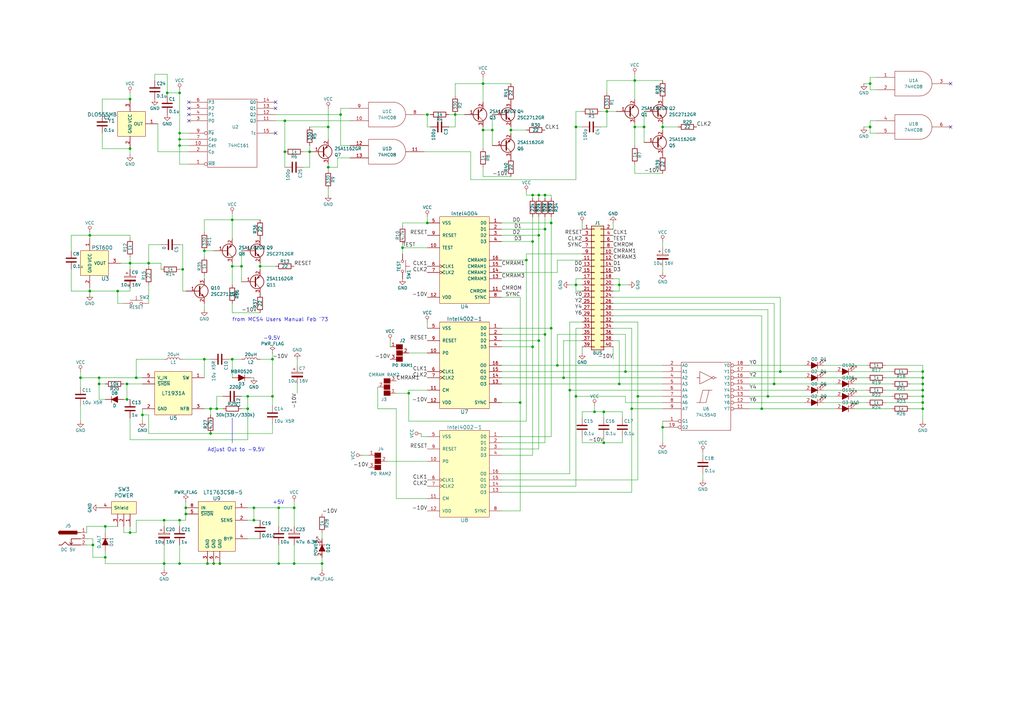
<source format=kicad_sch>
(kicad_sch (version 20230121) (generator eeschema)
  (paper "A3")
  (junction (at 76.2 210.82))
  (junction (at 378.46 165.1))
  (junction (at 220.98 139.7))
  (junction (at 254 116.84))
  (junction (at 76.2 208.28))
  (junction (at 73.66 231.14))
  (junction (at 220.98 96.52))
  (junction (at 95.25 109.22))
  (junction (at 139.7 46.99))
  (junction (at 58.42 170.18))
  (junction (at 83.82 102.87))
  (junction (at 378.46 157.48))
  (junction (at 248.92 45.72))
  (junction (at 36.83 119.38))
  (junction (at 43.18 215.9))
  (junction (at 247.65 181.61))
  (junction (at 53.34 107.95))
  (junction (at 226.06 91.44))
  (junction (at 40.64 157.48))
  (junction (at 101.6 167.64))
  (junction (at 120.65 208.28))
  (junction (at 134.62 68.58))
  (junction (at 256.54 152.4))
  (junction (at 356.87 34.29))
  (junction (at 74.93 110.49))
  (junction (at 378.46 160.02))
  (junction (at 228.6 149.86))
  (junction (at 167.64 161.29))
  (junction (at 111.76 147.32))
  (junction (at 198.12 34.29))
  (junction (at 73.66 59.69))
  (junction (at 218.44 99.06))
  (junction (at 213.36 165.1))
  (junction (at 201.93 53.34))
  (junction (at 90.17 231.14))
  (junction (at 264.16 52.07))
  (junction (at 104.14 208.28))
  (junction (at 312.42 167.64))
  (junction (at 120.65 231.14))
  (junction (at 260.35 33.02))
  (junction (at 261.62 162.56))
  (junction (at 356.87 52.07))
  (junction (at 175.26 91.44))
  (junction (at 247.65 168.91))
  (junction (at 68.58 38.1))
  (junction (at 53.34 40.64))
  (junction (at 99.06 109.22))
  (junction (at 67.31 231.14))
  (junction (at 85.09 231.14))
  (junction (at 243.84 168.91))
  (junction (at 53.34 218.44))
  (junction (at 38.1 223.52))
  (junction (at 106.68 109.22))
  (junction (at 33.02 154.94))
  (junction (at 87.63 231.14))
  (junction (at 53.34 60.96))
  (junction (at 186.69 46.99))
  (junction (at 271.78 175.26))
  (junction (at 260.35 52.07))
  (junction (at 223.52 80.01))
  (junction (at 223.52 137.16))
  (junction (at 73.66 213.36))
  (junction (at 132.08 231.14))
  (junction (at 198.12 53.34))
  (junction (at 226.06 134.62))
  (junction (at 116.84 49.53))
  (junction (at 215.9 106.68))
  (junction (at 378.46 167.64))
  (junction (at 271.78 52.07))
  (junction (at 236.22 52.07))
  (junction (at 259.08 167.64))
  (junction (at 48.26 119.38))
  (junction (at 378.46 162.56))
  (junction (at 320.04 152.4))
  (junction (at 223.52 93.98))
  (junction (at 236.22 162.56))
  (junction (at 73.66 38.1))
  (junction (at 209.55 53.34))
  (junction (at 43.18 228.6))
  (junction (at 314.96 162.56))
  (junction (at 114.3 208.28))
  (junction (at 73.66 54.61))
  (junction (at 36.83 96.52))
  (junction (at 127 62.23))
  (junction (at 378.46 152.4))
  (junction (at 218.44 80.01))
  (junction (at 254 157.48))
  (junction (at 111.76 162.56))
  (junction (at 67.31 213.36))
  (junction (at 40.64 154.94))
  (junction (at 55.88 154.94))
  (junction (at 114.3 231.14))
  (junction (at 134.62 52.07))
  (junction (at 52.07 157.48))
  (junction (at 317.5 157.48))
  (junction (at 101.6 162.56))
  (junction (at 83.82 147.32))
  (junction (at 86.36 177.8))
  (junction (at 73.66 57.15))
  (junction (at 60.96 107.95))
  (junction (at 86.36 167.64))
  (junction (at 220.98 80.01))
  (junction (at 165.1 101.6))
  (junction (at 95.25 90.17))
  (junction (at 175.26 46.99))
  (junction (at 116.84 62.23))
  (junction (at 104.14 213.36))
  (junction (at 378.46 154.94))
  (junction (at 218.44 142.24))
  (junction (at 88.9 167.64))
  (junction (at 236.22 116.84))
  (junction (at 95.25 147.32))
  (junction (at 52.07 163.83))
  (junction (at 233.68 160.02))
  (junction (at 231.14 154.94))
  (no_connect (at 113.03 41.91))
  (no_connect (at 77.47 46.99))
  (no_connect (at 389.89 52.07))
  (no_connect (at 389.89 34.29))
  (no_connect (at 77.47 41.91))
  (no_connect (at 113.03 54.61))
  (no_connect (at 77.47 44.45))
  (no_connect (at 77.47 49.53))
  (no_connect (at 113.03 44.45))
  (wire (pts (xy 127 62.23) (xy 127 68.58)))
  (wire (pts (xy 260.35 52.07) (xy 260.35 59.69)))
  (wire (pts (xy 95.25 90.17) (xy 95.25 97.79)))
  (wire (pts (xy 120.65 231.14) (xy 120.65 223.52)))
  (wire (pts (xy 271.78 111.76) (xy 271.78 109.22)))
  (wire (pts (xy 247.65 168.91) (xy 255.27 168.91)))
  (wire (pts (xy 29.21 102.87) (xy 29.21 96.52)))
  (wire (pts (xy 95.25 107.95) (xy 95.25 109.22)))
  (wire (pts (xy 29.21 110.49) (xy 29.21 119.38)))
  (wire (pts (xy 176.53 52.07) (xy 175.26 52.07)))
  (wire (pts (xy 215.9 80.01) (xy 218.44 80.01)))
  (wire (pts (xy 162.56 167.64) (xy 154.94 167.64)))
  (wire (pts (xy 218.44 81.28) (xy 218.44 80.01)))
  (wire (pts (xy 209.55 53.34) (xy 215.9 53.34)))
  (wire (pts (xy 205.74 121.92) (xy 213.36 121.92)))
  (wire (pts (xy 365.76 157.48) (xy 350.52 157.48)))
  (wire (pts (xy 40.64 154.94) (xy 55.88 154.94)))
  (wire (pts (xy 223.52 81.28) (xy 223.52 80.01)))
  (wire (pts (xy 114.3 231.14) (xy 114.3 223.52)))
  (wire (pts (xy 248.92 52.07) (xy 248.92 45.72)))
  (wire (pts (xy 73.66 215.9) (xy 73.66 213.36)))
  (wire (pts (xy 95.25 154.94) (xy 95.25 147.32)))
  (wire (pts (xy 260.35 33.02) (xy 271.78 33.02)))
  (wire (pts (xy 223.52 137.16) (xy 205.74 137.16)))
  (wire (pts (xy 99.06 109.22) (xy 95.25 109.22)))
  (wire (pts (xy 73.66 57.15) (xy 73.66 59.69)))
  (wire (pts (xy 350.52 162.56) (xy 365.76 162.56)))
  (wire (pts (xy 60.96 170.18) (xy 60.96 177.8)))
  (wire (pts (xy 101.6 213.36) (xy 104.14 213.36)))
  (wire (pts (xy 260.35 33.02) (xy 260.35 40.64)))
  (wire (pts (xy 60.96 124.46) (xy 60.96 116.84)))
  (wire (pts (xy 260.35 30.48) (xy 260.35 33.02)))
  (wire (pts (xy 378.46 157.48) (xy 378.46 160.02)))
  (wire (pts (xy 41.91 54.61) (xy 41.91 60.96)))
  (wire (pts (xy 254 119.38) (xy 251.46 119.38)))
  (wire (pts (xy 165.1 100.33) (xy 165.1 101.6)))
  (wire (pts (xy 312.42 167.64) (xy 312.42 129.54)))
  (wire (pts (xy 114.3 208.28) (xy 120.65 208.28)))
  (wire (pts (xy 209.55 52.07) (xy 209.55 53.34)))
  (wire (pts (xy 173.99 46.99) (xy 175.26 46.99)))
  (wire (pts (xy 261.62 132.08) (xy 251.46 132.08)))
  (wire (pts (xy 167.64 160.02) (xy 175.26 160.02)))
  (wire (pts (xy 68.58 38.1) (xy 68.58 39.37)))
  (wire (pts (xy 378.46 152.4) (xy 378.46 154.94)))
  (wire (pts (xy 186.69 46.99) (xy 190.5 46.99)))
  (wire (pts (xy 363.22 149.86) (xy 378.46 149.86)))
  (wire (pts (xy 350.52 167.64) (xy 365.76 167.64)))
  (wire (pts (xy 271.78 52.07) (xy 278.13 52.07)))
  (wire (pts (xy 238.76 52.07) (xy 236.22 52.07)))
  (wire (pts (xy 215.9 104.14) (xy 215.9 106.68)))
  (wire (pts (xy 73.66 213.36) (xy 76.2 213.36)))
  (wire (pts (xy 378.46 154.94) (xy 378.46 157.48)))
  (wire (pts (xy 256.54 162.56) (xy 236.22 162.56)))
  (wire (pts (xy 120.65 231.14) (xy 132.08 231.14)))
  (wire (pts (xy 111.76 144.78) (xy 111.76 147.32)))
  (wire (pts (xy 238.76 93.98) (xy 238.76 91.44)))
  (wire (pts (xy 102.87 154.94) (xy 104.14 154.94)))
  (wire (pts (xy 205.74 99.06) (xy 218.44 99.06)))
  (wire (pts (xy 50.8 215.9) (xy 50.8 218.44)))
  (wire (pts (xy 261.62 132.08) (xy 261.62 162.56)))
  (wire (pts (xy 226.06 88.9) (xy 226.06 91.44)))
  (wire (pts (xy 66.04 107.95) (xy 66.04 110.49)))
  (wire (pts (xy 67.31 213.36) (xy 73.66 213.36)))
  (wire (pts (xy 356.87 34.29) (xy 356.87 36.83)))
  (wire (pts (xy 256.54 137.16) (xy 251.46 137.16)))
  (wire (pts (xy 121.92 157.48) (xy 121.92 161.29)))
  (wire (pts (xy 205.74 157.48) (xy 254 157.48)))
  (wire (pts (xy 111.76 162.56) (xy 111.76 166.37)))
  (wire (pts (xy 314.96 162.56) (xy 342.9 162.56)))
  (wire (pts (xy 67.31 223.52) (xy 67.31 231.14)))
  (wire (pts (xy 73.66 231.14) (xy 73.66 223.52)))
  (wire (pts (xy 220.98 139.7) (xy 220.98 184.15)))
  (wire (pts (xy 251.46 147.32) (xy 251.46 142.24)))
  (wire (pts (xy 99.06 167.64) (xy 101.6 167.64)))
  (wire (pts (xy 238.76 104.14) (xy 215.9 104.14)))
  (wire (pts (xy 134.62 52.07) (xy 134.62 57.15)))
  (wire (pts (xy 74.93 110.49) (xy 74.93 119.38)))
  (wire (pts (xy 106.68 109.22) (xy 106.68 110.49)))
  (wire (pts (xy 236.22 45.72) (xy 238.76 45.72)))
  (wire (pts (xy 93.98 147.32) (xy 95.25 147.32)))
  (wire (pts (xy 50.8 218.44) (xy 53.34 218.44)))
  (wire (pts (xy 95.25 90.17) (xy 106.68 90.17)))
  (wire (pts (xy 231.14 139.7) (xy 231.14 154.94)))
  (wire (pts (xy 213.36 209.55) (xy 205.74 209.55)))
  (wire (pts (xy 33.02 152.4) (xy 33.02 154.94)))
  (wire (pts (xy 354.33 52.07) (xy 356.87 52.07)))
  (wire (pts (xy 58.42 167.64) (xy 58.42 170.18)))
  (wire (pts (xy 165.1 91.44) (xy 175.26 91.44)))
  (wire (pts (xy 73.66 54.61) (xy 73.66 57.15)))
  (wire (pts (xy 55.88 147.32) (xy 55.88 154.94)))
  (wire (pts (xy 175.26 132.08) (xy 175.26 134.62)))
  (wire (pts (xy 101.6 162.56) (xy 101.6 167.64)))
  (wire (pts (xy 111.76 147.32) (xy 106.68 147.32)))
  (wire (pts (xy 113.03 46.99) (xy 139.7 46.99)))
  (wire (pts (xy 238.76 114.3) (xy 236.22 114.3)))
  (wire (pts (xy 127 59.69) (xy 127 62.23)))
  (wire (pts (xy 43.18 231.14) (xy 67.31 231.14)))
  (wire (pts (xy 33.02 154.94) (xy 40.64 154.94)))
  (wire (pts (xy 41.91 60.96) (xy 53.34 60.96)))
  (wire (pts (xy 226.06 91.44) (xy 205.74 91.44)))
  (wire (pts (xy 260.35 50.8) (xy 260.35 52.07)))
  (wire (pts (xy 213.36 165.1) (xy 213.36 209.55)))
  (wire (pts (xy 355.6 149.86) (xy 337.82 149.86)))
  (wire (pts (xy 256.54 152.4) (xy 256.54 137.16)))
  (wire (pts (xy 223.52 137.16) (xy 223.52 181.61)))
  (wire (pts (xy 254 116.84) (xy 254 119.38)))
  (wire (pts (xy 264.16 52.07) (xy 260.35 52.07)))
  (wire (pts (xy 205.74 106.68) (xy 215.9 106.68)))
  (wire (pts (xy 36.83 96.52) (xy 36.83 97.79)))
  (wire (pts (xy 233.68 116.84) (xy 236.22 116.84)))
  (wire (pts (xy 320.04 152.4) (xy 342.9 152.4)))
  (wire (pts (xy 236.22 116.84) (xy 236.22 119.38)))
  (wire (pts (xy 53.34 218.44) (xy 55.88 218.44)))
  (wire (pts (xy 83.82 127) (xy 83.82 124.46)))
  (wire (pts (xy 76.2 208.28) (xy 76.2 205.74)))
  (wire (pts (xy 251.46 127) (xy 314.96 127)))
  (wire (pts (xy 99.06 109.22) (xy 99.06 115.57)))
  (wire (pts (xy 226.06 134.62) (xy 226.06 179.07)))
  (wire (pts (xy 193.04 73.66) (xy 236.22 73.66)))
  (wire (pts (xy 337.82 154.94) (xy 355.6 154.94)))
  (wire (pts (xy 238.76 171.45) (xy 238.76 168.91)))
  (wire (pts (xy 35.56 223.52) (xy 38.1 223.52)))
  (wire (pts (xy 378.46 165.1) (xy 363.22 165.1)))
  (wire (pts (xy 101.6 220.98) (xy 106.68 220.98)))
  (wire (pts (xy 307.34 162.56) (xy 314.96 162.56)))
  (wire (pts (xy 104.14 208.28) (xy 114.3 208.28)))
  (wire (pts (xy 186.69 34.29) (xy 186.69 39.37)))
  (wire (pts (xy 175.26 46.99) (xy 176.53 46.99)))
  (wire (pts (xy 36.83 95.25) (xy 36.83 96.52)))
  (wire (pts (xy 124.46 62.23) (xy 127 62.23)))
  (wire (pts (xy 307.34 154.94) (xy 330.2 154.94)))
  (wire (pts (xy 40.64 154.94) (xy 40.64 157.48)))
  (wire (pts (xy 248.92 45.72) (xy 252.73 45.72)))
  (wire (pts (xy 201.93 53.34) (xy 198.12 53.34)))
  (wire (pts (xy 228.6 106.68) (xy 238.76 106.68)))
  (wire (pts (xy 104.14 213.36) (xy 104.14 208.28)))
  (wire (pts (xy 175.26 204.47) (xy 162.56 204.47)))
  (wire (pts (xy 160.02 142.24) (xy 160.02 139.7)))
  (wire (pts (xy 236.22 116.84) (xy 238.76 116.84)))
  (wire (pts (xy 247.65 168.91) (xy 247.65 171.45)))
  (wire (pts (xy 220.98 96.52) (xy 205.74 96.52)))
  (wire (pts (xy 205.74 111.76) (xy 228.6 111.76)))
  (wire (pts (xy 132.08 231.14) (xy 132.08 233.68)))
  (wire (pts (xy 116.84 62.23) (xy 116.84 68.58)))
  (wire (pts (xy 53.34 105.41) (xy 53.34 107.95)))
  (wire (pts (xy 288.29 196.85) (xy 288.29 194.31)))
  (wire (pts (xy 246.38 45.72) (xy 248.92 45.72)))
  (wire (pts (xy 218.44 142.24) (xy 218.44 186.69)))
  (wire (pts (xy 55.88 218.44) (xy 55.88 213.36)))
  (wire (pts (xy 271.78 162.56) (xy 261.62 162.56)))
  (wire (pts (xy 175.26 189.23) (xy 158.75 189.23)))
  (wire (pts (xy 356.87 49.53) (xy 356.87 52.07)))
  (wire (pts (xy 271.78 165.1) (xy 256.54 165.1)))
  (wire (pts (xy 218.44 80.01) (xy 220.98 80.01)))
  (wire (pts (xy 162.56 204.47) (xy 162.56 167.64)))
  (wire (pts (xy 67.31 147.32) (xy 55.88 147.32)))
  (wire (pts (xy 134.62 77.47) (xy 134.62 80.01)))
  (wire (pts (xy 205.74 154.94) (xy 231.14 154.94)))
  (wire (pts (xy 73.66 36.83) (xy 73.66 38.1)))
  (wire (pts (xy 198.12 72.39) (xy 209.55 72.39)))
  (wire (pts (xy 256.54 165.1) (xy 256.54 162.56)))
  (wire (pts (xy 143.51 44.45) (xy 139.7 44.45)))
  (wire (pts (xy 236.22 119.38) (xy 238.76 119.38)))
  (wire (pts (xy 378.46 162.56) (xy 378.46 165.1)))
  (wire (pts (xy 238.76 179.07) (xy 238.76 181.61)))
  (wire (pts (xy 67.31 231.14) (xy 67.31 233.68)))
  (wire (pts (xy 350.52 152.4) (xy 365.76 152.4)))
  (wire (pts (xy 113.03 49.53) (xy 116.84 49.53)))
  (wire (pts (xy 243.84 168.91) (xy 247.65 168.91)))
  (wire (pts (xy 73.66 100.33) (xy 74.93 100.33)))
  (wire (pts (xy 77.47 62.23) (xy 64.77 62.23)))
  (wire (pts (xy 271.78 175.26) (xy 271.78 181.61)))
  (wire (pts (xy 226.06 134.62) (xy 205.74 134.62)))
  (wire (pts (xy 143.51 64.77) (xy 138.43 64.77)))
  (wire (pts (xy 101.6 162.56) (xy 99.06 162.56)))
  (wire (pts (xy 33.02 154.94) (xy 33.02 158.75)))
  (wire (pts (xy 127 52.07) (xy 134.62 52.07)))
  (wire (pts (xy 67.31 231.14) (xy 73.66 231.14)))
  (wire (pts (xy 220.98 139.7) (xy 205.74 139.7)))
  (wire (pts (xy 223.52 93.98) (xy 223.52 137.16)))
  (wire (pts (xy 264.16 52.07) (xy 264.16 58.42)))
  (wire (pts (xy 246.38 52.07) (xy 248.92 52.07)))
  (wire (pts (xy 354.33 34.29) (xy 356.87 34.29)))
  (wire (pts (xy 271.78 50.8) (xy 271.78 52.07)))
  (wire (pts (xy 43.18 157.48) (xy 40.64 157.48)))
  (wire (pts (xy 228.6 137.16) (xy 238.76 137.16)))
  (wire (pts (xy 175.26 91.44) (xy 175.26 88.9)))
  (wire (pts (xy 228.6 111.76) (xy 228.6 106.68)))
  (wire (pts (xy 53.34 218.44) (xy 53.34 215.9)))
  (wire (pts (xy 132.08 220.98) (xy 132.08 218.44)))
  (wire (pts (xy 243.84 166.37) (xy 243.84 168.91)))
  (polyline (pts (xy 95.25 171.45) (xy 95.25 181.61)))
  (wire (pts (xy 356.87 31.75) (xy 356.87 34.29)))
  (wire (pts (xy 95.25 109.22) (xy 95.25 116.84)))
  (wire (pts (xy 251.46 121.92) (xy 320.04 121.92)))
  (wire (pts (xy 167.64 144.78) (xy 175.26 144.78)))
  (wire (pts (xy 317.5 124.46) (xy 251.46 124.46)))
  (wire (pts (xy 73.66 67.31) (xy 77.47 67.31)))
  (wire (pts (xy 83.82 90.17) (xy 95.25 90.17)))
  (wire (pts (xy 233.68 132.08) (xy 238.76 132.08)))
  (wire (pts (xy 101.6 208.28) (xy 104.14 208.28)))
  (wire (pts (xy 223.52 88.9) (xy 223.52 93.98)))
  (wire (pts (xy 355.6 165.1) (xy 337.82 165.1)))
  (wire (pts (xy 373.38 162.56) (xy 378.46 162.56)))
  (wire (pts (xy 213.36 165.1) (xy 205.74 165.1)))
  (wire (pts (xy 116.84 49.53) (xy 116.84 62.23)))
  (wire (pts (xy 60.96 177.8) (xy 86.36 177.8)))
  (wire (pts (xy 260.35 71.12) (xy 271.78 71.12)))
  (wire (pts (xy 378.46 149.86) (xy 378.46 152.4)))
  (wire (pts (xy 378.46 165.1) (xy 378.46 167.64)))
  (wire (pts (xy 95.25 147.32) (xy 99.06 147.32)))
  (wire (pts (xy 48.26 124.46) (xy 48.26 119.38)))
  (wire (pts (xy 198.12 34.29) (xy 198.12 41.91)))
  (wire (pts (xy 53.34 60.96) (xy 53.34 63.5)))
  (wire (pts (xy 271.78 52.07) (xy 271.78 53.34)))
  (wire (pts (xy 356.87 31.75) (xy 359.41 31.75)))
  (wire (pts (xy 52.07 163.83) (xy 53.34 163.83)))
  (wire (pts (xy 236.22 52.07) (xy 236.22 45.72)))
  (wire (pts (xy 139.7 46.99) (xy 139.7 59.69)))
  (wire (pts (xy 88.9 167.64) (xy 88.9 162.56)))
  (wire (pts (xy 43.18 215.9) (xy 48.26 215.9)))
  (wire (pts (xy 132.08 228.6) (xy 132.08 231.14)))
  (wire (pts (xy 228.6 149.86) (xy 271.78 149.86)))
  (wire (pts (xy 175.26 52.07) (xy 175.26 46.99)))
  (wire (pts (xy 205.74 152.4) (xy 256.54 152.4)))
  (wire (pts (xy 223.52 93.98) (xy 205.74 93.98)))
  (wire (pts (xy 53.34 119.38) (xy 53.34 118.11)))
  (wire (pts (xy 317.5 157.48) (xy 342.9 157.48)))
  (wire (pts (xy 271.78 172.72) (xy 271.78 175.26)))
  (wire (pts (xy 236.22 134.62) (xy 236.22 162.56)))
  (wire (pts (xy 254 157.48) (xy 254 139.7)))
  (wire (pts (xy 238.76 134.62) (xy 236.22 134.62)))
  (wire (pts (xy 111.76 162.56) (xy 101.6 162.56)))
  (wire (pts (xy 254 116.84) (xy 257.81 116.84)))
  (wire (pts (xy 87.63 231.14) (xy 90.17 231.14)))
  (wire (pts (xy 261.62 162.56) (xy 261.62 196.85)))
  (wire (pts (xy 238.76 181.61) (xy 247.65 181.61)))
  (wire (pts (xy 238.76 168.91) (xy 243.84 168.91)))
  (wire (pts (xy 76.2 213.36) (xy 76.2 210.82)))
  (wire (pts (xy 271.78 167.64) (xy 259.08 167.64)))
  (wire (pts (xy 60.96 100.33) (xy 60.96 107.95)))
  (wire (pts (xy 215.9 106.68) (xy 215.9 172.72)))
  (wire (pts (xy 378.46 167.64) (xy 378.46 172.72)))
  (wire (pts (xy 74.93 147.32) (xy 83.82 147.32)))
  (wire (pts (xy 261.62 196.85) (xy 205.74 196.85)))
  (wire (pts (xy 85.09 231.14) (xy 87.63 231.14)))
  (wire (pts (xy 233.68 132.08) (xy 233.68 160.02)))
  (wire (pts (xy 116.84 49.53) (xy 143.51 49.53)))
  (wire (pts (xy 88.9 167.64) (xy 91.44 167.64)))
  (wire (pts (xy 38.1 220.98) (xy 38.1 223.52)))
  (wire (pts (xy 104.14 213.36) (xy 106.68 213.36)))
  (wire (pts (xy 68.58 30.48) (xy 68.58 38.1)))
  (wire (pts (xy 198.12 31.75) (xy 198.12 34.29)))
  (wire (pts (xy 77.47 59.69) (xy 73.66 59.69)))
  (wire (pts (xy 52.07 157.48) (xy 58.42 157.48)))
  (wire (pts (xy 83.82 147.32) (xy 83.82 154.94)))
  (wire (pts (xy 236.22 199.39) (xy 205.74 199.39)))
  (wire (pts (xy 247.65 181.61) (xy 255.27 181.61)))
  (wire (pts (xy 50.8 124.46) (xy 48.26 124.46)))
  (wire (pts (xy 251.46 91.44) (xy 251.46 93.98)))
  (wire (pts (xy 114.3 208.28) (xy 114.3 215.9)))
  (wire (pts (xy 356.87 36.83) (xy 359.41 36.83)))
  (wire (pts (xy 138.43 64.77) (xy 138.43 68.58)))
  (wire (pts (xy 83.82 90.17) (xy 83.82 95.25)))
  (wire (pts (xy 29.21 96.52) (xy 36.83 96.52)))
  (wire (pts (xy 35.56 220.98) (xy 38.1 220.98)))
  (wire (pts (xy 172.72 179.07) (xy 172.72 177.8)))
  (wire (pts (xy 378.46 160.02) (xy 378.46 162.56)))
  (wire (pts (xy 162.56 161.29) (xy 167.64 161.29)))
  (wire (pts (xy 33.02 166.37) (xy 33.02 172.72)))
  (wire (pts (xy 228.6 149.86) (xy 228.6 137.16)))
  (wire (pts (xy 55.88 213.36) (xy 67.31 213.36)))
  (wire (pts (xy 36.83 118.11) (xy 36.83 119.38)))
  (wire (pts (xy 271.78 160.02) (xy 233.68 160.02)))
  (wire (pts (xy 43.18 226.06) (xy 43.18 228.6)))
  (wire (pts (xy 260.35 67.31) (xy 260.35 71.12)))
  (wire (pts (xy 198.12 53.34) (xy 198.12 60.96)))
  (wire (pts (xy 165.1 101.6) (xy 175.26 101.6)))
  (wire (pts (xy 49.53 107.95) (xy 53.34 107.95)))
  (wire (pts (xy 64.77 62.23) (xy 64.77 50.8)))
  (wire (pts (xy 83.82 113.03) (xy 83.82 114.3)))
  (wire (pts (xy 76.2 210.82) (xy 76.2 208.28)))
  (wire (pts (xy 233.68 194.31) (xy 205.74 194.31)))
  (wire (pts (xy 256.54 152.4) (xy 271.78 152.4)))
  (wire (pts (xy 259.08 167.64) (xy 259.08 201.93)))
  (wire (pts (xy 218.44 142.24) (xy 205.74 142.24)))
  (wire (pts (xy 134.62 68.58) (xy 134.62 69.85)))
  (wire (pts (xy 259.08 134.62) (xy 259.08 167.64)))
  (wire (pts (xy 218.44 186.69) (xy 205.74 186.69)))
  (wire (pts (xy 43.18 228.6) (xy 43.18 231.14)))
  (wire (pts (xy 83.82 147.32) (xy 86.36 147.32)))
  (wire (pts (xy 205.74 149.86) (xy 228.6 149.86)))
  (wire (pts (xy 198.12 52.07) (xy 198.12 53.34)))
  (wire (pts (xy 106.68 109.22) (xy 113.03 109.22)))
  (wire (pts (xy 312.42 167.64) (xy 342.9 167.64)))
  (wire (pts (xy 86.36 167.64) (xy 88.9 167.64)))
  (wire (pts (xy 83.82 102.87) (xy 87.63 102.87)))
  (wire (pts (xy 226.06 91.44) (xy 226.06 134.62)))
  (wire (pts (xy 151.13 186.69) (xy 148.59 186.69)))
  (wire (pts (xy 165.1 92.71) (xy 165.1 91.44)))
  (wire (pts (xy 68.58 38.1) (xy 73.66 38.1)))
  (wire (pts (xy 307.34 160.02) (xy 330.2 160.02)))
  (wire (pts (xy 233.68 160.02) (xy 233.68 194.31)))
  (wire (pts (xy 53.34 107.95) (xy 60.96 107.95)))
  (wire (pts (xy 248.92 33.02) (xy 260.35 33.02)))
  (wire (pts (xy 63.5 30.48) (xy 68.58 30.48)))
  (wire (pts (xy 251.46 134.62) (xy 259.08 134.62)))
  (wire (pts (xy 220.98 81.28) (xy 220.98 80.01)))
  (wire (pts (xy 66.04 100.33) (xy 60.96 100.33)))
  (wire (pts (xy 111.76 147.32) (xy 111.76 162.56)))
  (wire (pts (xy 167.64 172.72) (xy 167.64 161.29)))
  (wire (pts (xy 53.34 96.52) (xy 53.34 97.79)))
  (wire (pts (xy 254 114.3) (xy 254 116.84)))
  (wire (pts (xy 139.7 59.69) (xy 143.51 59.69)))
  (wire (pts (xy 86.36 177.8) (xy 111.76 177.8)))
  (wire (pts (xy 53.34 171.45) (xy 53.34 180.34)))
  (wire (pts (xy 271.78 101.6) (xy 271.78 99.06)))
  (wire (pts (xy 186.69 34.29) (xy 198.12 34.29)))
  (wire (pts (xy 356.87 54.61) (xy 359.41 54.61)))
  (wire (pts (xy 55.88 154.94) (xy 58.42 154.94)))
  (wire (pts (xy 35.56 215.9) (xy 43.18 215.9)))
  (wire (pts (xy 83.82 167.64) (xy 86.36 167.64)))
  (wire (pts (xy 154.94 167.64) (xy 154.94 158.75)))
  (wire (pts (xy 53.34 107.95) (xy 53.34 110.49)))
  (wire (pts (xy 307.34 157.48) (xy 317.5 157.48)))
  (wire (pts (xy 198.12 34.29) (xy 209.55 34.29)))
  (wire (pts (xy 74.93 119.38) (xy 76.2 119.38)))
  (wire (pts (xy 40.64 163.83) (xy 43.18 163.83)))
  (wire (pts (xy 41.91 46.99) (xy 41.91 40.64)))
  (wire (pts (xy 95.25 124.46) (xy 95.25 128.27)))
  (wire (pts (xy 226.06 80.01) (xy 226.06 81.28)))
  (wire (pts (xy 111.76 177.8) (xy 111.76 173.99)))
  (wire (pts (xy 167.64 161.29) (xy 167.64 160.02)))
  (wire (pts (xy 90.17 231.14) (xy 114.3 231.14)))
  (wire (pts (xy 67.31 215.9) (xy 67.31 213.36)))
  (wire (pts (xy 218.44 88.9) (xy 218.44 99.06)))
  (wire (pts (xy 356.87 49.53) (xy 359.41 49.53)))
  (wire (pts (xy 88.9 162.56) (xy 91.44 162.56)))
  (wire (pts (xy 114.3 231.14) (xy 120.65 231.14)))
  (wire (pts (xy 213.36 121.92) (xy 213.36 165.1)))
  (wire (pts (xy 238.76 144.78) (xy 238.76 142.24)))
  (wire (pts (xy 120.65 208.28) (xy 120.65 215.9)))
  (wire (pts (xy 53.34 180.34) (xy 101.6 180.34)))
  (wire (pts (xy 236.22 162.56) (xy 236.22 199.39)))
  (wire (pts (xy 215.9 172.72) (xy 167.64 172.72)))
  (wire (pts (xy 198.12 68.58) (xy 198.12 72.39)))
  (wire (pts (xy 193.04 62.23) (xy 193.04 73.66)))
  (wire (pts (xy 223.52 80.01) (xy 226.06 80.01)))
  (wire (pts (xy 134.62 67.31) (xy 134.62 68.58)))
  (wire (pts (xy 50.8 163.83) (xy 52.07 163.83)))
  (wire (pts (xy 95.25 87.63) (xy 95.25 90.17)))
  (wire (pts (xy 254 157.48) (xy 271.78 157.48)))
  (wire (pts (xy 356.87 52.07) (xy 356.87 54.61)))
  (wire (pts (xy 50.8 157.48) (xy 52.07 157.48)))
  (wire (pts (xy 355.6 160.02) (xy 337.82 160.02)))
  (wire (pts (xy 83.82 105.41) (xy 83.82 102.87)))
  (wire (pts (xy 139.7 44.45) (xy 139.7 46.99)))
  (wire (pts (xy 106.68 107.95) (xy 106.68 109.22)))
  (wire (pts (xy 175.26 179.07) (xy 172.72 179.07)))
  (wire (pts (xy 320.04 121.92) (xy 320.04 152.4)))
  (wire (pts (xy 251.46 114.3) (xy 254 114.3)))
  (wire (pts (xy 74.93 100.33) (xy 74.93 110.49)))
  (wire (pts (xy 288.29 186.69) (xy 288.29 185.42)))
  (wire (pts (xy 127 68.58) (xy 124.46 68.58)))
  (wire (pts (xy 36.83 119.38) (xy 36.83 120.65)))
  (wire (pts (xy 138.43 68.58) (xy 134.62 68.58)))
  (wire (pts (xy 48.26 119.38) (xy 53.34 119.38)))
  (wire (pts (xy 121.92 149.86) (xy 121.92 147.32)))
  (wire (pts (xy 220.98 184.15) (xy 205.74 184.15)))
  (wire (pts (xy 373.38 167.64) (xy 378.46 167.64)))
  (wire (pts (xy 58.42 170.18) (xy 58.42 172.72)))
  (wire (pts (xy 226.06 179.07) (xy 205.74 179.07)))
  (wire (pts (xy 73.66 57.15) (xy 77.47 57.15)))
  (wire (pts (xy 312.42 129.54) (xy 251.46 129.54)))
  (wire (pts (xy 231.14 154.94) (xy 271.78 154.94)))
  (wire (pts (xy 184.15 46.99) (xy 186.69 46.99)))
  (wire (pts (xy 43.18 218.44) (xy 43.18 215.9)))
  (wire (pts (xy 165.1 101.6) (xy 165.1 104.14)))
  (wire (pts (xy 73.66 110.49) (xy 74.93 110.49)))
  (wire (pts (xy 373.38 157.48) (xy 378.46 157.48)))
  (wire (pts (xy 38.1 223.52) (xy 38.1 228.6)))
  (wire (pts (xy 251.46 116.84) (xy 254 116.84)))
  (wire (pts (xy 63.5 33.02) (xy 63.5 30.48)))
  (wire (pts (xy 101.6 167.64) (xy 101.6 180.34)))
  (wire (pts (xy 41.91 40.64) (xy 53.34 40.64)))
  (wire (pts (xy 209.55 53.34) (xy 209.55 54.61)))
  (wire (pts (xy 307.34 149.86) (xy 330.2 149.86)))
  (wire (pts (xy 248.92 33.02) (xy 248.92 38.1)))
  (wire (pts (xy 373.38 152.4) (xy 378.46 152.4)))
  (wire (pts (xy 236.22 73.66) (xy 236.22 52.07)))
  (wire (pts (xy 77.47 54.61) (xy 73.66 54.61)))
  (wire (pts (xy 40.64 157.48) (xy 40.64 163.83)))
  (wire (pts (xy 254 139.7) (xy 251.46 139.7)))
  (wire (pts (xy 307.34 152.4) (xy 320.04 152.4)))
  (wire (pts (xy 73.66 38.1) (xy 73.66 54.61)))
  (wire (pts (xy 255.27 168.91) (xy 255.27 171.45)))
  (wire (pts (xy 60.96 107.95) (xy 60.96 109.22)))
  (wire (pts (xy 36.83 96.52) (xy 53.34 96.52)))
  (wire (pts (xy 36.83 119.38) (xy 48.26 119.38)))
  (wire (pts (xy 317.5 157.48) (xy 317.5 124.46)))
  (wire (pts (xy 29.21 119.38) (xy 36.83 119.38)))
  (wire (pts (xy 218.44 99.06) (xy 218.44 142.24)))
  (wire (pts (xy 314.96 127) (xy 314.96 162.56)))
  (wire (pts (xy 184.15 52.07) (xy 186.69 52.07)))
  (wire (pts (xy 378.46 154.94) (xy 363.22 154.94)))
  (wire (pts (xy 73.66 59.69) (xy 73.66 67.31)))
  (wire (pts (xy 264.16 45.72) (xy 264.16 52.07)))
  (wire (pts (xy 220.98 80.01) (xy 223.52 80.01)))
  (wire (pts (xy 134.62 44.45) (xy 134.62 52.07)))
  (wire (pts (xy 53.34 40.64) (xy 53.34 38.1)))
  (wire (pts (xy 223.52 181.61) (xy 205.74 181.61)))
  (wire (pts (xy 201.93 53.34) (xy 201.93 59.69)))
  (wire (pts (xy 58.42 170.18) (xy 60.96 170.18)))
  (wire (pts (xy 73.66 231.14) (xy 85.09 231.14)))
  (wire (pts (xy 186.69 52.07) (xy 186.69 46.99)))
  (wire (pts (xy 52.07 163.83) (xy 52.07 157.48)))
  (wire (pts (xy 259.08 201.93) (xy 205.74 201.93)))
  (wire (pts (xy 173.99 62.23) (xy 193.04 62.23)))
  (wire (pts (xy 38.1 228.6) (xy 43.18 228.6)))
  (wire (pts (xy 236.22 114.3) (xy 236.22 116.84)))
  (wire (pts (xy 60.96 107.95) (xy 66.04 107.95)))
  (wire (pts (xy 99.06 102.87) (xy 99.06 109.22)))
  (wire (pts (xy 255.27 181.61) (xy 255.27 179.07)))
  (wire (pts (xy 215.9 78.74) (xy 215.9 80.01)))
  (wire (pts (xy 35.56 215.9) (xy 35.56 218.44)))
  (wire (pts (xy 378.46 160.02) (xy 363.22 160.02)))
  (wire (pts (xy 238.76 139.7) (xy 231.14 139.7)))
  (wire (pts (xy 307.34 167.64) (xy 312.42 167.64)))
  (wire (pts (xy 247.65 181.61) (xy 247.65 179.07)))
  (wire (pts (xy 95.25 128.27) (xy 106.68 128.27)))
  (wire (pts (xy 120.65 205.74) (xy 120.65 208.28)))
  (wire (pts (xy 220.98 96.52) (xy 220.98 139.7)))
  (wire (pts (xy 220.98 88.9) (xy 220.98 96.52)))
  (wire (pts (xy 86.36 167.64) (xy 86.36 170.18)))
  (wire (pts (xy 201.93 46.99) (xy 201.93 53.34)))
  (wire (pts (xy 307.34 165.1) (xy 330.2 165.1)))
  (text "Adjust Out to -9.5V" (at 85.09 185.42 0) (effects (font (size 1.524 1.524)) (justify left bottom)))
  (text "+5V" (at 111.76 207.01 0) (effects (font (size 1.524 1.524)) (justify left bottom)))
  (text "from MCS4 Users Manual Feb '73" (at 95.25 132.08 0) (effects (font (size 1.524 1.524)) (justify left bottom)))
  (text "-9.5V" (at 107.95 139.7 0) (effects (font (size 1.524 1.524)) (justify left bottom)))
  (label "-10V" (at 99.06 128.27 0) (effects (font (size 1.524 1.524))))
  (label "CLK1" (at 175.26 109.22 180) (effects (font (size 1.524 1.524))))
  (label "RESET" (at 238.76 96.52 180) (effects (font (size 1.524 1.524))))
  (label "-10V" (at 132.08 210.82 0) (effects (font (size 1.524 1.524))))
  (label "Y2" (at 238.76 124.46 180) (effects (font (size 1.524 1.524))))
  (label "CMROM" (at 251.46 101.6 0) (effects (font (size 1.524 1.524))))
  (label "D0" (at 213.36 91.44 180) (effects (font (size 1.524 1.524))))
  (label "CLK2" (at 175.26 111.76 180) (effects (font (size 1.524 1.524))))
  (label "TEST" (at 251.46 99.06 0) (effects (font (size 1.524 1.524))))
  (label "D3" (at 251.46 111.76 0) (effects (font (size 1.524 1.524))))
  (label "CLK1" (at 251.46 96.52 0) (effects (font (size 1.524 1.524))))
  (label "CMRAM1" (at 205.74 109.22 0) (effects (font (size 1.524 1.524))))
  (label "RESET" (at 175.26 184.15 180) (effects (font (size 1.524 1.524))))
  (label "-10V" (at 151.13 191.77 180) (effects (font (size 1.524 1.524))))
  (label "-10V" (at 241.3 181.61 0) (effects (font (size 1.524 1.524))))
  (label "RESET" (at 120.65 109.22 0) (effects (font (size 1.524 1.524))))
  (label "CLK2" (at 175.26 154.94 180) (effects (font (size 1.524 1.524))))
  (label "-10V" (at 160.02 147.32 180) (effects (font (size 1.524 1.524))))
  (label "CLK2" (at 175.26 199.39 180) (effects (font (size 1.524 1.524))))
  (label "D3" (at 210.82 99.06 0) (effects (font (size 1.524 1.524))))
  (label "CLK2" (at 238.76 99.06 180) (effects (font (size 1.524 1.524))))
  (label "RESET" (at 175.26 139.7 180) (effects (font (size 1.524 1.524))))
  (label "-10V" (at 251.46 147.32 180) (effects (font (size 1.524 1.524))))
  (label "D1" (at 251.46 109.22 0) (effects (font (size 1.524 1.524))))
  (label "SYNC" (at 238.76 101.6 180) (effects (font (size 1.524 1.524))))
  (label "Y4" (at 238.76 127 180) (effects (font (size 1.524 1.524))))
  (label "CMRAM1" (at 162.56 156.21 0) (effects (font (size 1.524 1.524))))
  (label "Y0" (at 238.76 121.92 180) (effects (font (size 1.524 1.524))))
  (label "-10V" (at 264.16 71.12 0) (effects (font (size 1.524 1.524))))
  (label "CLK1" (at 175.26 196.85 180) (effects (font (size 1.524 1.524))))
  (label "TEST" (at 165.1 101.6 0) (effects (font (size 1.524 1.524))))
  (label "-10V" (at 175.26 165.1 180) (effects (font (size 1.524 1.524))))
  (label "-10V" (at 111.76 147.32 0) (effects (font (size 1.524 1.524))))
  (label "Y2" (at 307.34 154.94 0) (effects (font (size 1.524 1.524))))
  (label "CMRAM3" (at 251.46 106.68 0) (effects (font (size 1.524 1.524))))
  (label "CMRAM3" (at 205.74 114.3 0) (effects (font (size 1.524 1.524))))
  (label "Y4" (at 307.34 160.02 0) (effects (font (size 1.524 1.524))))
  (label "RESET" (at 175.26 96.52 180) (effects (font (size 1.524 1.524))))
  (label "D2" (at 238.76 111.76 180) (effects (font (size 1.524 1.524))))
  (label "CMROM" (at 205.74 119.38 0) (effects (font (size 1.524 1.524))))
  (label "CMRAM1" (at 251.46 104.14 0) (effects (font (size 1.524 1.524))))
  (label "D2" (at 213.36 96.52 180) (effects (font (size 1.524 1.524))))
  (label "Y0" (at 307.34 149.86 0) (effects (font (size 1.524 1.524))))
  (label "D0" (at 238.76 109.22 180) (effects (font (size 1.524 1.524))))
  (label "-10V" (at 175.26 209.55 180) (effects (font (size 1.524 1.524))))
  (label "-10V" (at 201.93 72.39 0) (effects (font (size 1.524 1.524))))
  (label "D1" (at 210.82 93.98 0) (effects (font (size 1.524 1.524))))
  (label "SYNC" (at 213.36 121.92 180) (effects (font (size 1.524 1.524))))
  (label "-10V" (at 175.26 121.92 180) (effects (font (size 1.524 1.524))))
  (label "CLK1" (at 223.52 53.34 0) (effects (font (size 1.524 1.524))))
  (label "Y6" (at 238.76 129.54 180) (effects (font (size 1.524 1.524))))
  (label "CLK2" (at 285.75 52.07 0) (effects (font (size 1.524 1.524))))
  (label "Y6" (at 307.34 165.1 0) (effects (font (size 1.524 1.524))))
  (label "CLK1" (at 175.26 152.4 180) (effects (font (size 1.524 1.524))))
  (label "-10V" (at 121.92 161.29 270) (effects (font (size 1.524 1.524))))
  (symbol (lib_id "4004MainBoard-rescue:Barrel_Jack") (at 27.94 220.98 0) (unit 1)
    (property "Reference" "J5" (at 27.94 215.646 0))
    (property "Value" "DC 5V" (at 27.94 225.425 0))
    (property "Footprint" "cd_device:DC_JACK_MJ-179PH" (effects hide))
  )
  (symbol (lib_id "4004MainBoard-rescue:MS-612A") (at 50.8 210.82 0) (mirror y) (unit 1)
    (property "Reference" "SW3" (at 50.8 200.66 0) (effects (font (size 1.524 1.524))))
    (property "Value" "POWER" (at 50.8 203.2 0) (effects (font (size 1.524 1.524))))
    (property "Footprint" "cd_device:ToggleSW_MS-612A_RI" (effects hide))
  )
  (symbol (lib_id "4004MainBoard-rescue:D_ALT") (at 43.18 222.25 270) (unit 1)
    (property "Reference" "D11" (at 45.72 222.25 0))
    (property "Value" "D_ALT" (at 40.64 222.25 0))
    (property "Footprint" "cd_device:D_SOD-123_HandSoldering" (effects hide))
  )
  (symbol (lib_id "4004MainBoard-rescue:LT1763") (at 88.9 218.44 0) (unit 1)
    (property "Reference" "U9" (at 88.9 204.47 0) (effects (font (size 1.524 1.524))))
    (property "Value" "LT1763CS8-5" (at 91.44 201.93 0) (effects (font (size 1.524 1.524))))
    (property "Footprint" "Housings_SOIC:SOIC-8_3.9x4.9mm_Pitch1.27mm" (effects hide))
  )
  (symbol (lib_id "4004MainBoard-rescue:C") (at 73.66 219.71 0) (unit 1)
    (property "Reference" "C21" (at 74.295 217.17 0) (effects (justify left)))
    (property "Value" "1u" (at 74.295 222.25 0) (effects (justify left)))
    (property "Footprint" "Capacitor_SMD:C_0603_1608Metric_Pad1.08x0.95mm_HandSolder" (effects hide))
  )
  (symbol (lib_id "4004MainBoard-rescue:CP") (at 67.31 219.71 0) (unit 1)
    (property "Reference" "C20" (at 67.945 217.17 0) (effects (justify left)))
    (property "Value" "10u 16V" (at 63.5 222.25 0) (effects (justify left)))
    (property "Footprint" "Capacitors_SMD:CP_Elec_4x4.5" (effects hide))
  )
  (symbol (lib_id "4004MainBoard-rescue:C") (at 106.68 217.17 0) (unit 1)
    (property "Reference" "C19" (at 107.315 214.63 0) (effects (justify left)))
    (property "Value" "0.01u" (at 107.315 219.71 0) (effects (justify left)))
    (property "Footprint" "Capacitor_SMD:C_0603_1608Metric_Pad1.08x0.95mm_HandSolder" (effects hide))
  )
  (symbol (lib_id "4004MainBoard-rescue:C") (at 114.3 219.71 0) (unit 1)
    (property "Reference" "C22" (at 114.935 217.17 0) (effects (justify left)))
    (property "Value" "10u" (at 114.935 222.25 0) (effects (justify left)))
    (property "Footprint" "Capacitors_SMD:C_1206_HandSoldering" (effects hide))
  )
  (symbol (lib_id "4004MainBoard-rescue:CP") (at 120.65 219.71 0) (unit 1)
    (property "Reference" "C23" (at 121.285 217.17 0) (effects (justify left)))
    (property "Value" "47u 6.3V" (at 121.285 222.25 0) (effects (justify left)))
    (property "Footprint" "Capacitors_SMD:CP_Elec_5x5.8" (effects hide))
  )
  (symbol (lib_id "4004MainBoard-rescue:GND") (at 67.31 233.68 0) (unit 1)
    (property "Reference" "#PWR010" (effects hide))
    (property "Value" "GND" (at 67.31 237.49 0))
  )
  (symbol (lib_id "4004MainBoard-rescue:GND") (at 40.64 208.28 270) (unit 1)
    (property "Reference" "#PWR05" (effects hide))
    (property "Value" "GND" (at 36.83 208.28 0))
  )
  (symbol (lib_id "4004MainBoard-rescue:VCC") (at 120.65 205.74 0) (unit 1)
    (property "Reference" "#PWR016" (effects hide))
    (property "Value" "VCC" (at 120.65 201.93 0))
  )
  (symbol (lib_id "4004MainBoard-rescue:LT1931A") (at 71.12 162.56 0) (unit 1)
    (property "Reference" "U5" (at 71.12 171.45 0) (effects (font (size 1.524 1.524))))
    (property "Value" "LT1931A" (at 71.12 161.29 0) (effects (font (size 1.524 1.524))))
    (property "Footprint" "TO_SOT_Packages_SMD:TSOT-23-5_HandSoldering" (effects hide))
  )
  (symbol (lib_id "4004MainBoard-rescue:R") (at 132.08 214.63 0) (unit 1)
    (property "Reference" "R28" (at 134.112 214.63 90))
    (property "Value" "1k" (at 132.08 214.63 90))
    (property "Footprint" "Resistor_SMD:R_0603_1608Metric_Pad0.98x0.95mm_HandSolder" (effects hide))
  )
  (symbol (lib_id "4004MainBoard-rescue:LED_ALT") (at 132.08 224.79 270) (unit 1)
    (property "Reference" "D12" (at 134.62 224.79 0))
    (property "Value" "POWER" (at 129.54 224.79 0))
    (property "Footprint" "LEDs:LED_0603_HandSoldering" (effects hide))
  )
  (symbol (lib_id "4004MainBoard-rescue:R") (at 46.99 157.48 270) (unit 1)
    (property "Reference" "R20" (at 46.99 159.512 90))
    (property "Value" "10k" (at 46.99 157.48 90))
    (property "Footprint" "Resistor_SMD:R_0603_1608Metric_Pad0.98x0.95mm_HandSolder" (effects hide))
  )
  (symbol (lib_id "4004MainBoard-rescue:C") (at 53.34 167.64 0) (unit 1)
    (property "Reference" "C13" (at 53.975 165.1 0) (effects (justify left)))
    (property "Value" "1u" (at 53.975 170.18 0) (effects (justify left)))
    (property "Footprint" "Capacitor_SMD:C_0603_1608Metric_Pad1.08x0.95mm_HandSolder" (effects hide))
  )
  (symbol (lib_id "4004MainBoard-rescue:D_ALT") (at 46.99 163.83 0) (unit 1)
    (property "Reference" "D8" (at 46.99 161.29 0))
    (property "Value" "D" (at 46.99 166.37 0))
    (property "Footprint" "cd_device:D_SOD-123_HandSoldering" (effects hide))
  )
  (symbol (lib_id "4004MainBoard-rescue:C") (at 33.02 162.56 0) (unit 1)
    (property "Reference" "C11" (at 33.655 160.02 0) (effects (justify left)))
    (property "Value" "10u X5R" (at 33.655 165.1 0) (effects (justify left)))
    (property "Footprint" "Capacitors_SMD:C_1206_HandSoldering" (effects hide))
  )
  (symbol (lib_id "4004MainBoard-rescue:GND") (at 58.42 172.72 0) (unit 1)
    (property "Reference" "#PWR08" (effects hide))
    (property "Value" "GND" (at 58.42 176.53 0))
  )
  (symbol (lib_id "4004MainBoard-rescue:GND") (at 33.02 172.72 0) (unit 1)
    (property "Reference" "#PWR02" (effects hide))
    (property "Value" "GND" (at 33.02 176.53 0))
  )
  (symbol (lib_id "4004MainBoard-rescue:R") (at 86.36 173.99 180) (unit 1)
    (property "Reference" "R27" (at 84.328 173.99 90))
    (property "Value" "4.7k" (at 86.36 173.99 90))
    (property "Footprint" "Resistor_SMD:R_0603_1608Metric_Pad0.98x0.95mm_HandSolder" (effects hide))
  )
  (symbol (lib_id "4004MainBoard-rescue:R") (at 95.25 167.64 90) (unit 1)
    (property "Reference" "R25" (at 95.25 165.608 90))
    (property "Value" "30k(33k//330k)" (at 96.52 170.18 90))
    (property "Footprint" "Resistor_SMD:R_0603_1608Metric_Pad0.98x0.95mm_HandSolder" (effects hide))
  )
  (symbol (lib_id "4004MainBoard-rescue:C") (at 95.25 162.56 270) (unit 1)
    (property "Reference" "C12" (at 97.79 163.195 0) (effects (justify left)))
    (property "Value" "220p" (at 93.98 158.75 90) (effects (justify left)))
    (property "Footprint" "Capacitor_SMD:C_0603_1608Metric_Pad1.08x0.95mm_HandSolder" (effects hide))
  )
  (symbol (lib_id "4004MainBoard-rescue:L") (at 71.12 147.32 90) (unit 1)
    (property "Reference" "L1" (at 71.12 148.59 90))
    (property "Value" "20uH" (at 71.12 145.415 90))
    (property "Footprint" "Choke_SMD:Choke_SMD_10.4x10.4_H4.8" (effects hide))
  )
  (symbol (lib_id "4004MainBoard-rescue:C") (at 90.17 147.32 270) (unit 1)
    (property "Reference" "C10" (at 92.71 147.955 0) (effects (justify left)))
    (property "Value" "10u X5R" (at 87.63 147.955 0) (effects (justify left)))
    (property "Footprint" "Capacitors_SMD:C_1206_HandSoldering" (effects hide))
  )
  (symbol (lib_id "4004MainBoard-rescue:L") (at 102.87 147.32 90) (unit 1)
    (property "Reference" "L2" (at 102.87 148.59 90))
    (property "Value" "20uH" (at 102.87 145.415 90))
    (property "Footprint" "Choke_SMD:Choke_SMD_10.4x10.4_H4.8" (effects hide))
  )
  (symbol (lib_id "4004MainBoard-rescue:D_ALT") (at 99.06 154.94 180) (unit 1)
    (property "Reference" "D3" (at 99.06 157.48 0))
    (property "Value" "MBR0520" (at 99.06 152.4 0))
    (property "Footprint" "cd_device:D_SOD-123_HandSoldering" (effects hide))
  )
  (symbol (lib_id "4004MainBoard-rescue:GND") (at 104.14 154.94 0) (unit 1)
    (property "Reference" "#PWR015" (effects hide))
    (property "Value" "GND" (at 104.14 158.75 0))
  )
  (symbol (lib_id "4004MainBoard-rescue:C") (at 111.76 170.18 0) (unit 1)
    (property "Reference" "C14" (at 112.395 167.64 0) (effects (justify left)))
    (property "Value" "10u X5R" (at 112.395 172.72 0) (effects (justify left)))
    (property "Footprint" "Capacitors_SMD:C_1206_HandSoldering" (effects hide))
  )
  (symbol (lib_id "4004MainBoard-rescue:VCC") (at 33.02 152.4 0) (unit 1)
    (property "Reference" "#PWR01" (effects hide))
    (property "Value" "VCC" (at 33.02 148.59 0))
  )
  (symbol (lib_id "4004MainBoard-rescue:DLO555MB") (at 53.34 50.8 0) (unit 1)
    (property "Reference" "Y1" (at 45.72 49.53 0) (effects (font (size 1.524 1.524))))
    (property "Value" "DLO555MB" (at 41.91 46.99 0) (effects (font (size 1.524 1.524))))
    (property "Footprint" "TO_SOT_Packages_THT:TO-92_Inline_Wide" (effects hide))
  )
  (symbol (lib_id "4004MainBoard-rescue:C") (at 41.91 50.8 0) (unit 1)
    (property "Reference" "C2" (at 42.545 48.26 0) (effects (justify left)))
    (property "Value" "0.1u" (at 42.545 53.34 0) (effects (justify left)))
    (property "Footprint" "Capacitor_SMD:C_0603_1608Metric_Pad1.08x0.95mm_HandSolder" (effects hide))
  )
  (symbol (lib_id "4004MainBoard-rescue:VCC") (at 53.34 38.1 0) (unit 1)
    (property "Reference" "#PWR06" (effects hide))
    (property "Value" "VCC" (at 53.34 34.29 0))
  )
  (symbol (lib_id "4004MainBoard-rescue:GND") (at 53.34 63.5 0) (unit 1)
    (property "Reference" "#PWR07" (effects hide))
    (property "Value" "GND" (at 53.34 67.31 0))
  )
  (symbol (lib_id "4004MainBoard-rescue:74LS161") (at 95.25 54.61 0) (unit 1)
    (property "Reference" "U2" (at 96.52 52.07 0))
    (property "Value" "74HC161" (at 97.79 59.69 0))
    (property "Footprint" "cd_device:SOIC-16_3.9_5.3x10.2mm_P1.27mm" (effects hide))
  )
  (symbol (lib_id "4004MainBoard-rescue:VCC") (at 73.66 36.83 0) (unit 1)
    (property "Reference" "#PWR012" (effects hide))
    (property "Value" "VCC" (at 73.66 33.02 0))
  )
  (symbol (lib_id "4004MainBoard-rescue:C") (at 68.58 43.18 0) (unit 1)
    (property "Reference" "C1" (at 69.215 40.64 0) (effects (justify left)))
    (property "Value" "0.1u" (at 69.215 45.72 0) (effects (justify left)))
    (property "Footprint" "Capacitor_SMD:C_0603_1608Metric_Pad1.08x0.95mm_HandSolder" (effects hide))
  )
  (symbol (lib_id "4004MainBoard-rescue:GND") (at 68.58 46.99 0) (unit 1)
    (property "Reference" "#PWR011" (effects hide))
    (property "Value" "GND" (at 68.58 50.8 0))
  )
  (symbol (lib_id "4004MainBoard-rescue:Q_PNP_BEC") (at 132.08 62.23 0) (mirror x) (unit 1)
    (property "Reference" "Q7" (at 137.16 63.5 0) (effects (justify left)))
    (property "Value" "2SA1162GR" (at 137.16 60.96 0) (effects (justify left)))
    (property "Footprint" "TO_SOT_Packages_SMD:SC-59_Handsoldering" (effects hide))
  )
  (symbol (lib_id "4004MainBoard-rescue:R") (at 127 55.88 0) (unit 1)
    (property "Reference" "R5" (at 129.032 55.88 90))
    (property "Value" "330" (at 127 55.88 90))
    (property "Footprint" "Resistor_SMD:R_0603_1608Metric_Pad0.98x0.95mm_HandSolder" (effects hide))
  )
  (symbol (lib_id "4004MainBoard-rescue:R") (at 134.62 73.66 0) (unit 1)
    (property "Reference" "R9" (at 136.652 73.66 90))
    (property "Value" "330" (at 134.62 73.66 90))
    (property "Footprint" "Resistor_SMD:R_0603_1608Metric_Pad0.98x0.95mm_HandSolder" (effects hide))
  )
  (symbol (lib_id "4004MainBoard-rescue:R") (at 120.65 62.23 270) (unit 1)
    (property "Reference" "R6" (at 120.65 64.262 90))
    (property "Value" "1k" (at 120.65 62.23 90))
    (property "Footprint" "Resistor_SMD:R_0603_1608Metric_Pad0.98x0.95mm_HandSolder" (effects hide))
  )
  (symbol (lib_id "4004MainBoard-rescue:74LS08") (at 158.75 46.99 0) (unit 3)
    (property "Reference" "U1" (at 158.75 45.72 0))
    (property "Value" "74HC08" (at 158.75 48.26 0))
    (property "Footprint" "cd_device:SOIC-14_3.9_5.3x8.7mm_P1.27mm" (effects hide))
  )
  (symbol (lib_id "4004MainBoard-rescue:74LS08") (at 374.65 34.29 0) (unit 1)
    (property "Reference" "U1" (at 374.65 33.02 0))
    (property "Value" "74HC08" (at 374.65 35.56 0))
    (property "Footprint" "cd_device:SOIC-14_3.9_5.3x8.7mm_P1.27mm" (effects hide))
  )
  (symbol (lib_id "4004MainBoard-rescue:74LS08") (at 374.65 52.07 0) (unit 2)
    (property "Reference" "U1" (at 374.65 50.8 0))
    (property "Value" "74HC08" (at 374.65 53.34 0))
    (property "Footprint" "cd_device:SOIC-14_3.9_5.3x8.7mm_P1.27mm" (effects hide))
  )
  (symbol (lib_id "4004MainBoard-rescue:74LS08") (at 158.75 62.23 0) (unit 4)
    (property "Reference" "U1" (at 158.75 60.96 0))
    (property "Value" "74HC08" (at 158.75 63.5 0))
    (property "Footprint" "cd_device:SOIC-14_3.9_5.3x8.7mm_P1.27mm" (effects hide))
  )
  (symbol (lib_id "4004MainBoard-rescue:GND") (at 354.33 34.29 0) (unit 1)
    (property "Reference" "#PWR028" (effects hide))
    (property "Value" "GND" (at 354.33 38.1 0))
  )
  (symbol (lib_id "4004MainBoard-rescue:GND") (at 354.33 52.07 0) (unit 1)
    (property "Reference" "#PWR020" (effects hide))
    (property "Value" "GND" (at 354.33 55.88 0))
  )
  (symbol (lib_id "4004MainBoard-rescue:GND") (at 134.62 80.01 0) (unit 1)
    (property "Reference" "#PWR019" (effects hide))
    (property "Value" "GND" (at 134.62 83.82 0))
  )
  (symbol (lib_id "4004MainBoard-rescue:Q_NPN_BEC") (at 207.01 46.99 0) (unit 1)
    (property "Reference" "Q4" (at 212.09 45.72 0) (effects (justify left)))
    (property "Value" "2SC2712GR" (at 212.09 48.26 0) (effects (justify left)))
    (property "Footprint" "TO_SOT_Packages_SMD:SC-59_Handsoldering" (effects hide))
  )
  (symbol (lib_id "4004MainBoard-rescue:Q_PNP_BEC") (at 207.01 59.69 0) (mirror x) (unit 1)
    (property "Reference" "Q6" (at 212.09 60.96 0) (effects (justify left)))
    (property "Value" "2SA1162GR" (at 212.09 58.42 0) (effects (justify left)))
    (property "Footprint" "TO_SOT_Packages_SMD:SC-59_Handsoldering" (effects hide))
  )
  (symbol (lib_id "4004MainBoard-rescue:Q_PNP_BEC") (at 195.58 46.99 0) (mirror x) (unit 1)
    (property "Reference" "Q3" (at 200.66 48.26 0) (effects (justify left)))
    (property "Value" "2SA1162GR" (at 200.66 45.72 0) (effects (justify left)))
    (property "Footprint" "TO_SOT_Packages_SMD:SC-59_Handsoldering" (effects hide))
  )
  (symbol (lib_id "4004MainBoard-rescue:R") (at 198.12 64.77 0) (unit 1)
    (property "Reference" "R8" (at 200.152 64.77 90))
    (property "Value" "1k" (at 198.12 64.77 90))
    (property "Footprint" "Resistor_SMD:R_0603_1608Metric_Pad0.98x0.95mm_HandSolder" (effects hide))
  )
  (symbol (lib_id "4004MainBoard-rescue:R") (at 186.69 43.18 0) (unit 1)
    (property "Reference" "R2" (at 188.722 43.18 90))
    (property "Value" "330" (at 186.69 43.18 90))
    (property "Footprint" "Resistor_SMD:R_0603_1608Metric_Pad0.98x0.95mm_HandSolder" (effects hide))
  )
  (symbol (lib_id "4004MainBoard-rescue:R") (at 180.34 46.99 270) (unit 1)
    (property "Reference" "R4" (at 180.34 49.022 90))
    (property "Value" "1k" (at 180.34 46.99 90))
    (property "Footprint" "Resistor_SMD:R_0603_1608Metric_Pad0.98x0.95mm_HandSolder" (effects hide))
  )
  (symbol (lib_id "4004MainBoard-rescue:VCC") (at 134.62 44.45 0) (unit 1)
    (property "Reference" "#PWR018" (effects hide))
    (property "Value" "VCC" (at 134.62 40.64 0))
  )
  (symbol (lib_id "4004MainBoard-rescue:VCC") (at 198.12 31.75 0) (unit 1)
    (property "Reference" "#PWR027" (effects hide))
    (property "Value" "VCC" (at 198.12 27.94 0))
  )
  (symbol (lib_id "4004MainBoard-rescue:Q_NPN_BEC") (at 269.24 45.72 0) (unit 1)
    (property "Reference" "Q2" (at 274.32 44.45 0) (effects (justify left)))
    (property "Value" "2SC2712GR" (at 274.32 46.99 0) (effects (justify left)))
    (property "Footprint" "TO_SOT_Packages_SMD:SC-59_Handsoldering" (effects hide))
  )
  (symbol (lib_id "4004MainBoard-rescue:Q_PNP_BEC") (at 269.24 58.42 0) (mirror x) (unit 1)
    (property "Reference" "Q5" (at 274.32 59.69 0) (effects (justify left)))
    (property "Value" "2SA1162GR" (at 274.32 57.15 0) (effects (justify left)))
    (property "Footprint" "TO_SOT_Packages_SMD:SC-59_Handsoldering" (effects hide))
  )
  (symbol (lib_id "4004MainBoard-rescue:Q_PNP_BEC") (at 257.81 45.72 0) (mirror x) (unit 1)
    (property "Reference" "Q1" (at 262.89 46.99 0) (effects (justify left)))
    (property "Value" "2SA1162GR" (at 262.89 44.45 0) (effects (justify left)))
    (property "Footprint" "TO_SOT_Packages_SMD:SC-59_Handsoldering" (effects hide))
  )
  (symbol (lib_id "4004MainBoard-rescue:R") (at 260.35 63.5 0) (unit 1)
    (property "Reference" "R7" (at 262.382 63.5 90))
    (property "Value" "1k" (at 260.35 63.5 90))
    (property "Footprint" "Resistor_SMD:R_0603_1608Metric_Pad0.98x0.95mm_HandSolder" (effects hide))
  )
  (symbol (lib_id "4004MainBoard-rescue:R") (at 248.92 41.91 0) (unit 1)
    (property "Reference" "R1" (at 250.952 41.91 90))
    (property "Value" "330" (at 248.92 41.91 90))
    (property "Footprint" "Resistor_SMD:R_0603_1608Metric_Pad0.98x0.95mm_HandSolder" (effects hide))
  )
  (symbol (lib_id "4004MainBoard-rescue:R") (at 242.57 45.72 270) (unit 1)
    (property "Reference" "R3" (at 242.57 47.752 90))
    (property "Value" "1k" (at 242.57 45.72 90))
    (property "Footprint" "Resistor_SMD:R_0603_1608Metric_Pad0.98x0.95mm_HandSolder" (effects hide))
  )
  (symbol (lib_id "4004MainBoard-rescue:VCC") (at 260.35 30.48 0) (unit 1)
    (property "Reference" "#PWR036" (effects hide))
    (property "Value" "VCC" (at 260.35 26.67 0))
  )
  (symbol (lib_id "4004MainBoard-rescue:R") (at 69.85 110.49 270) (unit 1)
    (property "Reference" "R14" (at 69.85 112.522 90))
    (property "Value" "1k" (at 69.85 110.49 90))
    (property "Footprint" "Resistor_SMD:R_0603_1608Metric_Pad0.98x0.95mm_HandSolder" (effects hide))
  )
  (symbol (lib_id "4004MainBoard-rescue:PST600") (at 36.83 107.95 0) (unit 1)
    (property "Reference" "U3" (at 43.18 114.3 0) (effects (font (size 1.524 1.524))))
    (property "Value" "PST600" (at 41.91 101.6 0) (effects (font (size 1.524 1.524))))
    (property "Footprint" "TO_SOT_Packages_THT:TO-92_Inline_Wide" (effects hide))
  )
  (symbol (lib_id "4004MainBoard-rescue:C") (at 29.21 106.68 0) (unit 1)
    (property "Reference" "C8" (at 29.845 104.14 0) (effects (justify left)))
    (property "Value" "0.1u" (at 29.845 109.22 0) (effects (justify left)))
    (property "Footprint" "Capacitor_SMD:C_0603_1608Metric_Pad1.08x0.95mm_HandSolder" (effects hide))
  )
  (symbol (lib_id "4004MainBoard-rescue:GND") (at 36.83 120.65 0) (unit 1)
    (property "Reference" "#PWR04" (effects hide))
    (property "Value" "GND" (at 36.83 124.46 0))
  )
  (symbol (lib_id "4004MainBoard-rescue:VCC") (at 36.83 95.25 0) (unit 1)
    (property "Reference" "#PWR03" (effects hide))
    (property "Value" "VCC" (at 36.83 91.44 0))
  )
  (symbol (lib_id "4004MainBoard-rescue:R") (at 53.34 101.6 180) (unit 1)
    (property "Reference" "R12" (at 51.308 101.6 90))
    (property "Value" "1k" (at 53.34 101.6 90))
    (property "Footprint" "Resistor_SMD:R_0603_1608Metric_Pad0.98x0.95mm_HandSolder" (effects hide))
  )
  (symbol (lib_id "4004MainBoard-rescue:R") (at 60.96 113.03 180) (unit 1)
    (property "Reference" "R15" (at 58.928 113.03 90))
    (property "Value" "22" (at 60.96 113.03 90))
    (property "Footprint" "Resistor_SMD:R_0603_1608Metric_Pad0.98x0.95mm_HandSolder" (effects hide))
  )
  (symbol (lib_id "4004MainBoard-rescue:GND") (at 121.92 147.32 180) (unit 1)
    (property "Reference" "#PWR017" (effects hide))
    (property "Value" "GND" (at 121.92 143.51 0))
  )
  (symbol (lib_id "4004MainBoard-rescue:SW_Push") (at 55.88 124.46 0) (unit 1)
    (property "Reference" "SW2" (at 57.15 121.92 0) (effects (justify left)))
    (property "Value" "RESET" (at 55.88 125.984 0))
    (property "Footprint" "Buttons_Switches_ThroughHole:SW_PUSH_6mm" (effects hide))
  )
  (symbol (lib_id "4004MainBoard-rescue:C") (at 63.5 36.83 0) (unit 1)
    (property "Reference" "C24" (at 64.135 34.29 0) (effects (justify left)))
    (property "Value" "0.1u" (at 64.135 39.37 0) (effects (justify left)))
    (property "Footprint" "Capacitor_SMD:C_0603_1608Metric_Pad1.08x0.95mm_HandSolder" (effects hide))
  )
  (symbol (lib_id "4004MainBoard-rescue:GND") (at 63.5 40.64 0) (unit 1)
    (property "Reference" "#PWR09" (effects hide))
    (property "Value" "GND" (at 63.5 44.45 0))
  )
  (symbol (lib_id "4004MainBoard-rescue:Q_NPN_BEC") (at 104.14 102.87 0) (unit 1)
    (property "Reference" "Q9" (at 109.22 101.6 0) (effects (justify left)))
    (property "Value" "2SC2712GR" (at 109.22 104.14 0) (effects (justify left)))
    (property "Footprint" "TO_SOT_Packages_SMD:SC-59_Handsoldering" (effects hide))
  )
  (symbol (lib_id "4004MainBoard-rescue:Q_PNP_BEC") (at 104.14 115.57 0) (mirror x) (unit 1)
    (property "Reference" "Q11" (at 109.22 116.84 0) (effects (justify left)))
    (property "Value" "2SA1162GR" (at 109.22 114.3 0) (effects (justify left)))
    (property "Footprint" "TO_SOT_Packages_SMD:SC-59_Handsoldering" (effects hide))
  )
  (symbol (lib_id "4004MainBoard-rescue:Q_PNP_BEC") (at 92.71 102.87 0) (mirror x) (unit 1)
    (property "Reference" "Q8" (at 97.79 104.14 0) (effects (justify left)))
    (property "Value" "2SA1162GR" (at 97.79 101.6 0) (effects (justify left)))
    (property "Footprint" "TO_SOT_Packages_SMD:SC-59_Handsoldering" (effects hide))
  )
  (symbol (lib_id "4004MainBoard-rescue:R") (at 95.25 120.65 0) (unit 1)
    (property "Reference" "R16" (at 97.282 120.65 90))
    (property "Value" "1k" (at 95.25 120.65 90))
    (property "Footprint" "Resistor_SMD:R_0603_1608Metric_Pad0.98x0.95mm_HandSolder" (effects hide))
  )
  (symbol (lib_id "4004MainBoard-rescue:R") (at 83.82 99.06 0) (unit 1)
    (property "Reference" "R11" (at 85.852 99.06 90))
    (property "Value" "330" (at 83.82 99.06 90))
    (property "Footprint" "Resistor_SMD:R_0603_1608Metric_Pad0.98x0.95mm_HandSolder" (effects hide))
  )
  (symbol (lib_id "4004MainBoard-rescue:VCC") (at 95.25 87.63 0) (unit 1)
    (property "Reference" "#PWR014" (effects hide))
    (property "Value" "VCC" (at 95.25 83.82 0))
  )
  (symbol (lib_id "4004MainBoard-rescue:Q_NPN_BEC") (at 81.28 119.38 0) (unit 1)
    (property "Reference" "Q10" (at 86.36 118.11 0) (effects (justify left)))
    (property "Value" "2SC2712GR" (at 86.36 120.65 0) (effects (justify left)))
    (property "Footprint" "TO_SOT_Packages_SMD:SC-59_Handsoldering" (effects hide))
  )
  (symbol (lib_id "4004MainBoard-rescue:GND") (at 83.82 127 0) (unit 1)
    (property "Reference" "#PWR013" (effects hide))
    (property "Value" "GND" (at 83.82 130.81 0))
  )
  (symbol (lib_id "4004MainBoard-rescue:C") (at 180.34 52.07 270) (unit 1)
    (property "Reference" "C3" (at 182.88 52.705 0) (effects (justify left)))
    (property "Value" "100p" (at 177.8 52.705 0) (effects (justify left)))
    (property "Footprint" "Capacitor_SMD:C_0603_1608Metric_Pad1.08x0.95mm_HandSolder" (effects hide))
  )
  (symbol (lib_id "4004MainBoard-rescue:C") (at 242.57 52.07 270) (unit 1)
    (property "Reference" "C4" (at 245.11 52.705 0) (effects (justify left)))
    (property "Value" "100p" (at 240.03 52.705 0) (effects (justify left)))
    (property "Footprint" "Capacitor_SMD:C_0603_1608Metric_Pad1.08x0.95mm_HandSolder" (effects hide))
  )
  (symbol (lib_id "4004MainBoard-rescue:C") (at 69.85 100.33 270) (unit 1)
    (property "Reference" "C5" (at 72.39 100.965 0) (effects (justify left)))
    (property "Value" "0" (at 67.31 100.965 0) (effects (justify left)))
    (property "Footprint" "Capacitor_SMD:C_0603_1608Metric_Pad1.08x0.95mm_HandSolder" (effects hide))
  )
  (symbol (lib_id "4004MainBoard-rescue:R") (at 116.84 109.22 90) (unit 1)
    (property "Reference" "R13" (at 116.84 107.188 90))
    (property "Value" "22" (at 116.84 109.22 90))
    (property "Footprint" "Resistor_SMD:R_0603_1608Metric_Pad0.98x0.95mm_HandSolder" (effects hide))
  )
  (symbol (lib_id "4004MainBoard-rescue:CP") (at 53.34 114.3 0) (unit 1)
    (property "Reference" "C9" (at 53.975 111.76 0) (effects (justify left)))
    (property "Value" "10u 16V" (at 49.53 116.84 0) (effects (justify left)))
    (property "Footprint" "Capacitors_SMD:CP_Elec_4x4.5" (effects hide))
  )
  (symbol (lib_id "4004MainBoard-rescue:Intel4004") (at 190.5 124.46 0) (unit 1)
    (property "Reference" "U4" (at 190.5 125.73 0) (effects (font (size 1.524 1.524))))
    (property "Value" "Intel4004" (at 190.5 87.63 0) (effects (font (size 1.524 1.524))))
    (property "Footprint" "Housings_DIP:DIP-16_W7.62mm_Socket" (effects hide))
  )
  (symbol (lib_id "4004MainBoard-rescue:Intel4002-1") (at 190.5 167.64 0) (unit 1)
    (property "Reference" "U7" (at 190.5 168.91 0) (effects (font (size 1.524 1.524))))
    (property "Value" "Intel4002-1" (at 190.5 130.81 0) (effects (font (size 1.524 1.524))))
    (property "Footprint" "Housings_DIP:DIP-16_W7.62mm_Socket" (effects hide))
  )
  (symbol (lib_id "4004MainBoard-rescue:C") (at 238.76 175.26 0) (unit 1)
    (property "Reference" "C15" (at 239.395 172.72 0) (effects (justify left)))
    (property "Value" "0.1u" (at 239.395 177.8 0) (effects (justify left)))
    (property "Footprint" "Capacitor_SMD:C_0603_1608Metric_Pad1.08x0.95mm_HandSolder" (effects hide))
  )
  (symbol (lib_id "4004MainBoard-rescue:C") (at 247.65 175.26 0) (unit 1)
    (property "Reference" "C16" (at 248.285 172.72 0) (effects (justify left)))
    (property "Value" "0.1u" (at 248.285 177.8 0) (effects (justify left)))
    (property "Footprint" "Capacitor_SMD:C_0603_1608Metric_Pad1.08x0.95mm_HandSolder" (effects hide))
  )
  (symbol (lib_id "4004MainBoard-rescue:VCC") (at 243.84 166.37 0) (unit 1)
    (property "Reference" "#PWR033" (effects hide))
    (property "Value" "VCC" (at 243.84 162.56 0))
  )
  (symbol (lib_id "4004MainBoard-rescue:VCC") (at 175.26 132.08 0) (unit 1)
    (property "Reference" "#PWR026" (effects hide))
    (property "Value" "VCC" (at 175.26 128.27 0))
  )
  (symbol (lib_id "4004MainBoard-rescue:VCC") (at 175.26 88.9 0) (unit 1)
    (property "Reference" "#PWR025" (effects hide))
    (property "Value" "VCC" (at 175.26 85.09 0))
  )
  (symbol (lib_id "4004MainBoard-rescue:GS3") (at 163.83 144.78 0) (unit 1)
    (property "Reference" "J2" (at 165.1 139.7 0))
    (property "Value" "P0 RAM1" (at 165.1 149.8346 0))
    (property "Footprint" "Connect:GS3" (effects hide))
  )
  (symbol (lib_id "4004MainBoard-rescue:VCC") (at 160.02 139.7 0) (unit 1)
    (property "Reference" "#PWR022" (effects hide))
    (property "Value" "VCC" (at 160.02 135.89 0))
  )
  (symbol (lib_id "4004MainBoard-rescue:R") (at 165.1 96.52 180) (unit 1)
    (property "Reference" "R10" (at 163.068 96.52 90))
    (property "Value" "4.7k" (at 165.1 96.52 90))
    (property "Footprint" "Resistor_SMD:R_0603_1608Metric_Pad0.98x0.95mm_HandSolder" (effects hide))
  )
  (symbol (lib_id "4004MainBoard-rescue:SW_Push") (at 165.1 109.22 270) (unit 1)
    (property "Reference" "SW1" (at 167.64 110.49 0) (effects (justify left)))
    (property "Value" "TEST" (at 163.576 109.22 0))
    (property "Footprint" "Buttons_Switches_ThroughHole:SW_PUSH_6mm" (effects hide))
  )
  (symbol (lib_id "4004MainBoard-rescue:Conn_02x20_Odd_Even") (at 243.84 116.84 0) (unit 1)
    (property "Reference" "J1" (at 245.11 91.44 0))
    (property "Value" "BUS" (at 245.11 144.78 0))
    (property "Footprint" "Pin_Headers:Pin_Header_Straight_2x20_Pitch2.54mm" (effects hide))
  )
  (symbol (lib_id "4004MainBoard-rescue:VCC") (at 238.76 91.44 0) (unit 1)
    (property "Reference" "#PWR031" (effects hide))
    (property "Value" "VCC" (at 238.76 87.63 0))
  )
  (symbol (lib_id "4004MainBoard-rescue:GND") (at 251.46 91.44 180) (unit 1)
    (property "Reference" "#PWR034" (effects hide))
    (property "Value" "GND" (at 251.46 87.63 0))
  )
  (symbol (lib_id "4004MainBoard-rescue:GND") (at 238.76 144.78 0) (unit 1)
    (property "Reference" "#PWR032" (effects hide))
    (property "Value" "GND" (at 238.76 148.59 0))
  )
  (symbol (lib_id "4004MainBoard-rescue:C") (at 255.27 175.26 0) (unit 1)
    (property "Reference" "C17" (at 255.905 172.72 0) (effects (justify left)))
    (property "Value" "0.1u" (at 255.905 177.8 0) (effects (justify left)))
    (property "Footprint" "Capacitor_SMD:C_0603_1608Metric_Pad1.08x0.95mm_HandSolder" (effects hide))
  )
  (symbol (lib_id "4004MainBoard-rescue:Intel4002-1") (at 190.5 212.09 0) (unit 1)
    (property "Reference" "U8" (at 190.5 213.36 0) (effects (font (size 1.524 1.524))))
    (property "Value" "Intel4002-1" (at 190.5 175.26 0) (effects (font (size 1.524 1.524))))
    (property "Footprint" "Housings_DIP:DIP-16_W7.62mm_Socket" (effects hide))
  )
  (symbol (lib_id "4004MainBoard-rescue:GS3") (at 158.75 158.75 180) (unit 1)
    (property "Reference" "J3" (at 157.48 163.83 0))
    (property "Value" "CMRAM RAM2" (at 157.48 153.6954 0))
    (property "Footprint" "Connect:GS3" (effects hide))
  )
  (symbol (lib_id "4004MainBoard-rescue:GS3") (at 154.94 189.23 0) (unit 1)
    (property "Reference" "J4" (at 156.21 184.15 0))
    (property "Value" "P0 RAM2" (at 156.21 194.2846 0))
    (property "Footprint" "Connect:GS3" (effects hide))
  )
  (symbol (lib_id "4004MainBoard-rescue:VCC") (at 148.59 186.69 90) (unit 1)
    (property "Reference" "#PWR021" (effects hide))
    (property "Value" "VCC" (at 144.78 186.69 0))
  )
  (symbol (lib_id "4004MainBoard-rescue:VCC") (at 172.72 177.8 90) (unit 1)
    (property "Reference" "#PWR024" (effects hide))
    (property "Value" "VCC" (at 168.91 177.8 0))
  )
  (symbol (lib_id "4004MainBoard-rescue:74LS540") (at 289.56 162.56 0) (unit 1)
    (property "Reference" "U6" (at 289.56 167.64 0))
    (property "Value" "74LS540" (at 289.56 170.18 0))
    (property "Footprint" "Housings_SOIC:SOIC-20W_7.5x12.8mm_Pitch1.27mm" (effects hide))
  )
  (symbol (lib_id "4004MainBoard-rescue:GND") (at 271.78 181.61 0) (unit 1)
    (property "Reference" "#PWR039" (effects hide))
    (property "Value" "GND" (at 271.78 185.42 0))
  )
  (symbol (lib_id "4004MainBoard-rescue:R") (at 359.41 149.86 270) (unit 1)
    (property "Reference" "R17" (at 359.41 151.892 90))
    (property "Value" "1k" (at 359.41 149.86 90))
    (property "Footprint" "Resistor_SMD:R_0603_1608Metric_Pad0.98x0.95mm_HandSolder" (effects hide))
  )
  (symbol (lib_id "4004MainBoard-rescue:R") (at 359.41 154.94 270) (unit 1)
    (property "Reference" "R19" (at 359.41 156.972 90))
    (property "Value" "1k" (at 359.41 154.94 90))
    (property "Footprint" "Resistor_SMD:R_0603_1608Metric_Pad0.98x0.95mm_HandSolder" (effects hide))
  )
  (symbol (lib_id "4004MainBoard-rescue:R") (at 359.41 160.02 270) (unit 1)
    (property "Reference" "R22" (at 359.41 162.052 90))
    (property "Value" "1k" (at 359.41 160.02 90))
    (property "Footprint" "Resistor_SMD:R_0603_1608Metric_Pad0.98x0.95mm_HandSolder" (effects hide))
  )
  (symbol (lib_id "4004MainBoard-rescue:R") (at 359.41 165.1 270) (unit 1)
    (property "Reference" "R24" (at 359.41 167.132 90))
    (property "Value" "1k" (at 359.41 165.1 90))
    (property "Footprint" "Resistor_SMD:R_0603_1608Metric_Pad0.98x0.95mm_HandSolder" (effects hide))
  )
  (symbol (lib_id "4004MainBoard-rescue:R") (at 369.57 152.4 270) (unit 1)
    (property "Reference" "R18" (at 369.57 154.432 90))
    (property "Value" "1k" (at 369.57 152.4 90))
    (property "Footprint" "Resistor_SMD:R_0603_1608Metric_Pad0.98x0.95mm_HandSolder" (effects hide))
  )
  (symbol (lib_id "4004MainBoard-rescue:R") (at 369.57 157.48 270) (unit 1)
    (property "Reference" "R21" (at 369.57 159.512 90))
    (property "Value" "1k" (at 369.57 157.48 90))
    (property "Footprint" "Resistor_SMD:R_0603_1608Metric_Pad0.98x0.95mm_HandSolder" (effects hide))
  )
  (symbol (lib_id "4004MainBoard-rescue:R") (at 369.57 162.56 270) (unit 1)
    (property "Reference" "R23" (at 369.57 164.592 90))
    (property "Value" "1k" (at 369.57 162.56 90))
    (property "Footprint" "Resistor_SMD:R_0603_1608Metric_Pad0.98x0.95mm_HandSolder" (effects hide))
  )
  (symbol (lib_id "4004MainBoard-rescue:R") (at 369.57 167.64 270) (unit 1)
    (property "Reference" "R26" (at 369.57 169.672 90))
    (property "Value" "1k" (at 369.57 167.64 90))
    (property "Footprint" "Resistor_SMD:R_0603_1608Metric_Pad0.98x0.95mm_HandSolder" (effects hide))
  )
  (symbol (lib_id "4004MainBoard-rescue:LED_ALT") (at 334.01 149.86 180) (unit 1)
    (property "Reference" "D1" (at 337.82 147.32 0))
    (property "Value" "O0" (at 334.01 147.32 0))
    (property "Footprint" "LEDs:LED_0603_HandSoldering" (effects hide))
  )
  (symbol (lib_id "4004MainBoard-rescue:LED_ALT") (at 334.01 154.94 180) (unit 1)
    (property "Reference" "D4" (at 337.82 152.4 0))
    (property "Value" "O2" (at 334.01 152.4 0))
    (property "Footprint" "LEDs:LED_0603_HandSoldering" (effects hide))
  )
  (symbol (lib_id "4004MainBoard-rescue:LED_ALT") (at 334.01 160.02 180) (unit 1)
    (property "Reference" "D6" (at 337.82 157.48 0))
    (property "Value" "O0" (at 334.01 157.48 0))
    (property "Footprint" "LEDs:LED_0603_HandSoldering" (effects hide))
  )
  (symbol (lib_id "4004MainBoard-rescue:LED_ALT") (at 334.01 165.1 180) (unit 1)
    (property "Reference" "D9" (at 337.82 162.56 0))
    (property "Value" "O2" (at 334.01 162.56 0))
    (property "Footprint" "LEDs:LED_0603_HandSoldering" (effects hide))
  )
  (symbol (lib_id "4004MainBoard-rescue:LED_ALT") (at 346.71 152.4 180) (unit 1)
    (property "Reference" "D2" (at 349.25 149.86 0))
    (property "Value" "O1" (at 346.71 149.86 0))
    (property "Footprint" "LEDs:LED_0603_HandSoldering" (effects hide))
  )
  (symbol (lib_id "4004MainBoard-rescue:LED_ALT") (at 346.71 157.48 180) (unit 1)
    (property "Reference" "D5" (at 349.25 154.94 0))
    (property "Value" "O3" (at 346.71 154.94 0))
    (property "Footprint" "LEDs:LED_0603_HandSoldering" (effects hide))
  )
  (symbol (lib_id "4004MainBoard-rescue:LED_ALT") (at 346.71 162.56 180) (unit 1)
    (property "Reference" "D7" (at 349.25 160.02 0))
    (property "Value" "O1" (at 346.71 160.02 0))
    (property "Footprint" "LEDs:LED_0603_HandSoldering" (effects hide))
  )
  (symbol (lib_id "4004MainBoard-rescue:LED_ALT") (at 346.71 167.64 180) (unit 1)
    (property "Reference" "D10" (at 350.52 165.1 0))
    (property "Value" "O3" (at 346.71 165.1 0))
    (property "Footprint" "LEDs:LED_0603_HandSoldering" (effects hide))
  )
  (symbol (lib_id "4004MainBoard-rescue:GND") (at 378.46 172.72 0) (unit 1)
    (property "Reference" "#PWR042" (effects hide))
    (property "Value" "GND" (at 378.46 176.53 0))
  )
  (symbol (lib_id "4004MainBoard-rescue:CP") (at 271.78 105.41 0) (unit 1)
    (property "Reference" "C6" (at 272.415 102.87 0) (effects (justify left)))
    (property "Value" "10u 16V" (at 267.97 107.95 0) (effects (justify left)))
    (property "Footprint" "Capacitors_SMD:CP_Elec_4x4.5" (effects hide))
  )
  (symbol (lib_id "4004MainBoard-rescue:C") (at 288.29 190.5 0) (unit 1)
    (property "Reference" "C18" (at 288.925 187.96 0) (effects (justify left)))
    (property "Value" "0.1u" (at 288.925 193.04 0) (effects (justify left)))
    (property "Footprint" "Capacitor_SMD:C_0603_1608Metric_Pad1.08x0.95mm_HandSolder" (effects hide))
  )
  (symbol (lib_id "4004MainBoard-rescue:VCC") (at 288.29 185.42 0) (unit 1)
    (property "Reference" "#PWR040" (effects hide))
    (property "Value" "VCC" (at 288.29 181.61 0))
  )
  (symbol (lib_id "4004MainBoard-rescue:GND") (at 288.29 196.85 0) (unit 1)
    (property "Reference" "#PWR041" (effects hide))
    (property "Value" "GND" (at 288.29 200.66 0))
  )
  (symbol (lib_id "4004MainBoard-rescue:GND") (at 271.78 111.76 0) (unit 1)
    (property "Reference" "#PWR038" (effects hide))
    (property "Value" "GND" (at 271.78 115.57 0))
  )
  (symbol (lib_id "4004MainBoard-rescue:VCC") (at 271.78 99.06 0) (unit 1)
    (property "Reference" "#PWR037" (effects hide))
    (property "Value" "VCC" (at 271.78 95.25 0))
  )
  (symbol (lib_id "4004MainBoard-rescue:CP") (at 121.92 153.67 0) (unit 1)
    (property "Reference" "C7" (at 122.555 151.13 0) (effects (justify left)))
    (property "Value" "10u 16V" (at 118.11 156.21 0) (effects (justify left)))
    (property "Footprint" "Capacitors_SMD:CP_Elec_4x4.5" (effects hide))
  )
  (symbol (lib_id "4004MainBoard-rescue:PWR_FLAG") (at 132.08 233.68 180) (unit 1)
    (property "Reference" "#FLG03" (effects hide))
    (property "Value" "PWR_FLAG" (at 132.08 237.49 0))
  )
  (symbol (lib_id "4004MainBoard-rescue:PWR_FLAG") (at 111.76 144.78 0) (unit 1)
    (property "Reference" "#FLG02" (effects hide))
    (property "Value" "PWR_FLAG" (at 111.76 140.97 0))
  )
  (symbol (lib_id "4004MainBoard-rescue:PWR_FLAG") (at 76.2 205.74 0) (unit 1)
    (property "Reference" "#FLG01" (effects hide))
    (property "Value" "PWR_FLAG" (at 76.2 201.93 0))
  )
  (symbol (lib_id "4004MainBoard-rescue:GND") (at 233.68 116.84 270) (unit 1)
    (property "Reference" "#PWR030" (effects hide))
    (property "Value" "GND" (at 229.87 116.84 0))
  )
  (symbol (lib_id "4004MainBoard-rescue:GND") (at 257.81 116.84 90) (unit 1)
    (property "Reference" "#PWR035" (effects hide))
    (property "Value" "GND" (at 261.62 116.84 0))
  )
  (symbol (lib_id "4004MainBoard-rescue:R") (at 219.71 53.34 90) (unit 1)
    (property "Reference" "R30" (at 219.71 51.308 90))
    (property "Value" "22" (at 219.71 53.34 90))
    (property "Footprint" "Resistor_SMD:R_0603_1608Metric_Pad0.98x0.95mm_HandSolder" (effects hide))
  )
  (symbol (lib_id "4004MainBoard-rescue:R") (at 281.94 52.07 90) (unit 1)
    (property "Reference" "R29" (at 281.94 50.038 90))
    (property "Value" "22" (at 281.94 52.07 90))
    (property "Footprint" "Resistor_SMD:R_0603_1608Metric_Pad0.98x0.95mm_HandSolder" (effects hide))
  )
  (symbol (lib_id "4004MainBoard-rescue:R") (at 218.44 85.09 0) (unit 1)
    (property "Reference" "R31" (at 220.472 85.09 90))
    (property "Value" "22k" (at 218.44 85.09 90))
    (property "Footprint" "Resistor_SMD:R_0603_1608Metric_Pad0.98x0.95mm_HandSolder" (effects hide))
  )
  (symbol (lib_id "4004MainBoard-rescue:R") (at 220.98 85.09 0) (unit 1)
    (property "Reference" "R32" (at 223.012 85.09 90))
    (property "Value" "22k" (at 220.98 85.09 90))
    (property "Footprint" "Resistor_SMD:R_0603_1608Metric_Pad0.98x0.95mm_HandSolder" (effects hide))
  )
  (symbol (lib_id "4004MainBoard-rescue:R") (at 223.52 85.09 0) (unit 1)
    (property "Reference" "R33" (at 225.552 85.09 90))
    (property "Value" "22k" (at 223.52 85.09 90))
    (property "Footprint" "Resistor_SMD:R_0603_1608Metric_Pad0.98x0.95mm_HandSolder" (effects hide))
  )
  (symbol (lib_id "4004MainBoard-rescue:R") (at 226.06 85.09 0) (unit 1)
    (property "Reference" "R34" (at 228.092 85.09 90))
    (property "Value" "22k" (at 226.06 85.09 90))
    (property "Footprint" "Resistor_SMD:R_0603_1608Metric_Pad0.98x0.95mm_HandSolder" (effects hide))
  )
  (symbol (lib_id "4004MainBoard-rescue:VCC") (at 215.9 78.74 0) (unit 1)
    (property "Reference" "#PWR029" (effects hide))
    (property "Value" "VCC" (at 215.9 74.93 0))
  )
  (symbol (lib_id "4004MainBoard-rescue:C") (at 120.65 68.58 270) (unit 1)
    (property "Reference" "C25" (at 123.19 69.215 0) (effects (justify left)))
    (property "Value" "100p" (at 118.11 69.215 0) (effects (justify left)))
    (property "Footprint" "Capacitor_SMD:C_0603_1608Metric_Pad1.08x0.95mm_HandSolder" (effects hide))
  )
  (symbol (lib_id "4004MainBoard-rescue:GND") (at 165.1 114.3 0) (unit 1)
    (property "Reference" "#PWR023" (effects hide))
    (property "Value" "GND" (at 165.1 118.11 0))
  )
  (symbol (lib_id "4004MainBoard-rescue:R") (at 83.82 109.22 180) (unit 1)
    (property "Reference" "R35" (at 81.788 109.22 90))
    (property "Value" "1k" (at 83.82 109.22 90))
    (property "Footprint" "Resistor_SMD:R_0603_1608Metric_Pad0.98x0.95mm_HandSolder" (effects hide))
  )
  (symbol (lib_id "4004MainBoard-rescue:R") (at 106.68 124.46 180) (unit 1)
    (property "Reference" "R37" (at 104.648 124.46 90))
    (property "Value" "22" (at 106.68 124.46 90))
    (property "Footprint" "Resistor_SMD:R_0603_1608Metric_Pad0.98x0.95mm_HandSolder" (effects hide))
  )
  (symbol (lib_id "4004MainBoard-rescue:R") (at 106.68 93.98 180) (unit 1)
    (property "Reference" "R36" (at 104.648 93.98 90))
    (property "Value" "22" (at 106.68 93.98 90))
    (property "Footprint" "Resistor_SMD:R_0603_1608Metric_Pad0.98x0.95mm_HandSolder" (effects hide))
  )
  (symbol (lib_id "4004MainBoard-rescue:R") (at 271.78 36.83 180) (unit 1)
    (property "Reference" "R38" (at 269.748 36.83 90))
    (property "Value" "22" (at 271.78 36.83 90))
    (property "Footprint" "Resistor_SMD:R_0603_1608Metric_Pad0.98x0.95mm_HandSolder" (effects hide))
  )
  (symbol (lib_id "4004MainBoard-rescue:R") (at 209.55 68.58 180) (unit 1)
    (property "Reference" "R40" (at 207.518 68.58 90))
    (property "Value" "22" (at 209.55 68.58 90))
    (property "Footprint" "Resistor_SMD:R_0603_1608Metric_Pad0.98x0.95mm_HandSolder" (effects hide))
  )
  (symbol (lib_id "4004MainBoard-rescue:R") (at 271.78 67.31 180) (unit 1)
    (property "Reference" "R39" (at 269.748 67.31 90))
    (property "Value" "22" (at 271.78 67.31 90))
    (property "Footprint" "Resistor_SMD:R_0603_1608Metric_Pad0.98x0.95mm_HandSolder" (effects hide))
  )
  (symbol (lib_id "4004MainBoard-rescue:R") (at 209.55 38.1 180) (unit 1)
    (property "Reference" "R41" (at 207.518 38.1 90))
    (property "Value" "22" (at 209.55 38.1 90))
    (property "Footprint" "Resistor_SMD:R_0603_1608Metric_Pad0.98x0.95mm_HandSolder" (effects hide))
  )
)
</source>
